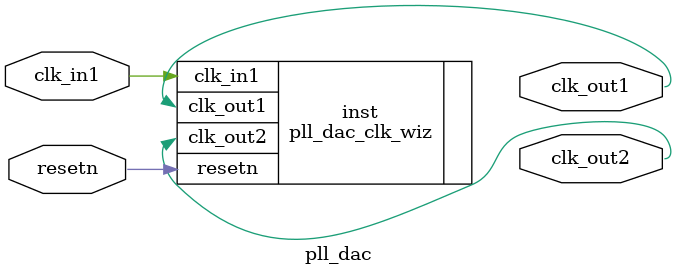
<source format=v>


`timescale 1ps/1ps

(* CORE_GENERATION_INFO = "pll_dac,clk_wiz_v6_0_1_0_0,{component_name=pll_dac,use_phase_alignment=true,use_min_o_jitter=false,use_max_i_jitter=true,use_dyn_phase_shift=false,use_inclk_switchover=false,use_dyn_reconfig=false,enable_axi=0,feedback_source=FDBK_AUTO,PRIMITIVE=MMCM,num_out_clk=2,clkin1_period=20.000,clkin2_period=10.0,use_power_down=false,use_reset=true,use_locked=false,use_inclk_stopped=false,feedback_type=SINGLE,CLOCK_MGR_TYPE=NA,manual_override=false}" *)

module pll_dac 
 (
  // Clock out ports
  output        clk_out1,
  output        clk_out2,
  // Status and control signals
  input         resetn,
 // Clock in ports
  input         clk_in1
 );

  pll_dac_clk_wiz inst
  (
  // Clock out ports  
  .clk_out1(clk_out1),
  .clk_out2(clk_out2),
  // Status and control signals               
  .resetn(resetn), 
 // Clock in ports
  .clk_in1(clk_in1)
  );

endmodule

</source>
